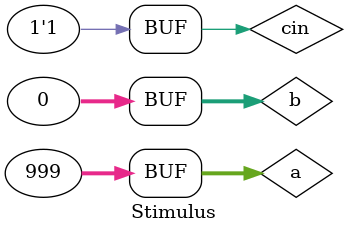
<source format=v>

module Stimulus;
reg [31:0] a,b;
reg cin;
wire [31:0] sum;
wire cout;
 
  CLA_32bit_Adder uut(.a(a), .b(b),.cin(cin),.sum(sum),.cout(cout));
 
initial begin
  a=0; b=0; cin=0;
  #100 a = 32'd45836; b = 32'd34673; cin = 1'd1;
  #50 a = 32'h0E14; b = 32'hAE23; cin = 1'd1;
  #50 a = 32'd3635; b = 32'h77d4; cin = 1'd0;
  #100 a = 32'd999; b = 32'd0; cin = 1'd1;
end
 
initial
  $monitor( "A=%d, B=%d, Cin= %d, Sum=%h, Cout=%d", a,b,cin,sum,cout);
endmodule

</source>
